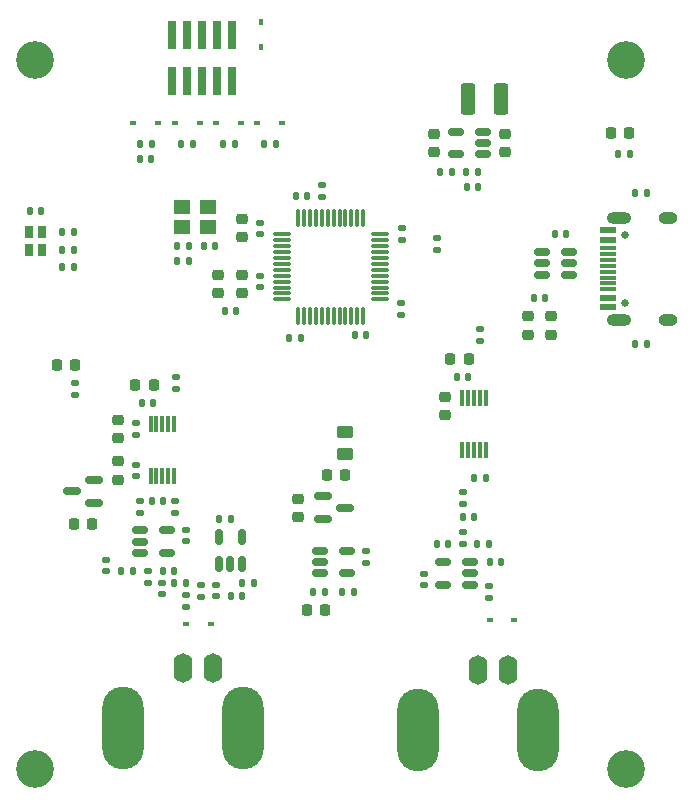
<source format=gbr>
%TF.GenerationSoftware,KiCad,Pcbnew,(6.0.4)*%
%TF.CreationDate,2022-11-12T18:53:05-06:00*%
%TF.ProjectId,Signalyzer,5369676e-616c-4797-9a65-722e6b696361,rev?*%
%TF.SameCoordinates,Original*%
%TF.FileFunction,Soldermask,Top*%
%TF.FilePolarity,Negative*%
%FSLAX46Y46*%
G04 Gerber Fmt 4.6, Leading zero omitted, Abs format (unit mm)*
G04 Created by KiCad (PCBNEW (6.0.4)) date 2022-11-12 18:53:05*
%MOMM*%
%LPD*%
G01*
G04 APERTURE LIST*
G04 Aperture macros list*
%AMRoundRect*
0 Rectangle with rounded corners*
0 $1 Rounding radius*
0 $2 $3 $4 $5 $6 $7 $8 $9 X,Y pos of 4 corners*
0 Add a 4 corners polygon primitive as box body*
4,1,4,$2,$3,$4,$5,$6,$7,$8,$9,$2,$3,0*
0 Add four circle primitives for the rounded corners*
1,1,$1+$1,$2,$3*
1,1,$1+$1,$4,$5*
1,1,$1+$1,$6,$7*
1,1,$1+$1,$8,$9*
0 Add four rect primitives between the rounded corners*
20,1,$1+$1,$2,$3,$4,$5,0*
20,1,$1+$1,$4,$5,$6,$7,0*
20,1,$1+$1,$6,$7,$8,$9,0*
20,1,$1+$1,$8,$9,$2,$3,0*%
G04 Aperture macros list end*
%ADD10RoundRect,0.250000X-0.375000X-1.075000X0.375000X-1.075000X0.375000X1.075000X-0.375000X1.075000X0*%
%ADD11C,0.650000*%
%ADD12R,1.450000X0.600000*%
%ADD13R,1.450000X0.300000*%
%ADD14O,2.100000X1.000000*%
%ADD15O,1.600000X1.000000*%
%ADD16RoundRect,0.135000X-0.135000X-0.185000X0.135000X-0.185000X0.135000X0.185000X-0.135000X0.185000X0*%
%ADD17RoundRect,0.135000X-0.185000X0.135000X-0.185000X-0.135000X0.185000X-0.135000X0.185000X0.135000X0*%
%ADD18RoundRect,0.140000X-0.140000X-0.170000X0.140000X-0.170000X0.140000X0.170000X-0.140000X0.170000X0*%
%ADD19RoundRect,0.150000X0.587500X0.150000X-0.587500X0.150000X-0.587500X-0.150000X0.587500X-0.150000X0*%
%ADD20R,0.600000X0.450000*%
%ADD21RoundRect,0.135000X0.135000X0.185000X-0.135000X0.185000X-0.135000X-0.185000X0.135000X-0.185000X0*%
%ADD22R,1.400000X1.200000*%
%ADD23RoundRect,0.140000X-0.170000X0.140000X-0.170000X-0.140000X0.170000X-0.140000X0.170000X0.140000X0*%
%ADD24RoundRect,0.140000X0.170000X-0.140000X0.170000X0.140000X-0.170000X0.140000X-0.170000X-0.140000X0*%
%ADD25RoundRect,0.250000X-0.450000X0.262500X-0.450000X-0.262500X0.450000X-0.262500X0.450000X0.262500X0*%
%ADD26C,3.200000*%
%ADD27RoundRect,0.150000X0.512500X0.150000X-0.512500X0.150000X-0.512500X-0.150000X0.512500X-0.150000X0*%
%ADD28RoundRect,0.225000X-0.250000X0.225000X-0.250000X-0.225000X0.250000X-0.225000X0.250000X0.225000X0*%
%ADD29RoundRect,0.075000X-0.662500X-0.075000X0.662500X-0.075000X0.662500X0.075000X-0.662500X0.075000X0*%
%ADD30RoundRect,0.075000X-0.075000X-0.662500X0.075000X-0.662500X0.075000X0.662500X-0.075000X0.662500X0*%
%ADD31RoundRect,0.140000X0.140000X0.170000X-0.140000X0.170000X-0.140000X-0.170000X0.140000X-0.170000X0*%
%ADD32O,1.600000X2.500000*%
%ADD33O,3.500000X7.000000*%
%ADD34RoundRect,0.135000X0.185000X-0.135000X0.185000X0.135000X-0.185000X0.135000X-0.185000X-0.135000X0*%
%ADD35RoundRect,0.225000X0.250000X-0.225000X0.250000X0.225000X-0.250000X0.225000X-0.250000X-0.225000X0*%
%ADD36R,0.450000X0.600000*%
%ADD37R,0.300000X1.450000*%
%ADD38RoundRect,0.225000X0.225000X0.250000X-0.225000X0.250000X-0.225000X-0.250000X0.225000X-0.250000X0*%
%ADD39RoundRect,0.150000X-0.512500X-0.150000X0.512500X-0.150000X0.512500X0.150000X-0.512500X0.150000X0*%
%ADD40RoundRect,0.150000X0.150000X-0.512500X0.150000X0.512500X-0.150000X0.512500X-0.150000X-0.512500X0*%
%ADD41RoundRect,0.147500X0.147500X0.172500X-0.147500X0.172500X-0.147500X-0.172500X0.147500X-0.172500X0*%
%ADD42R,0.800000X1.000000*%
%ADD43R,0.740000X2.400000*%
%ADD44RoundRect,0.218750X0.218750X0.256250X-0.218750X0.256250X-0.218750X-0.256250X0.218750X-0.256250X0*%
%ADD45RoundRect,0.150000X-0.587500X-0.150000X0.587500X-0.150000X0.587500X0.150000X-0.587500X0.150000X0*%
G04 APERTURE END LIST*
D10*
%TO.C,L101*%
X152350000Y-65300000D03*
X155150000Y-65300000D03*
%TD*%
D11*
%TO.C,J200*%
X165650000Y-82540000D03*
X165650000Y-76760000D03*
D12*
X164205000Y-82900000D03*
X164205000Y-82100000D03*
D13*
X164205000Y-80900000D03*
X164205000Y-79900000D03*
X164205000Y-79400000D03*
X164205000Y-78400000D03*
D12*
X164205000Y-77200000D03*
X164205000Y-76400000D03*
X164205000Y-76400000D03*
X164205000Y-77200000D03*
D13*
X164205000Y-77900000D03*
X164205000Y-78900000D03*
X164205000Y-80400000D03*
X164205000Y-81400000D03*
D12*
X164205000Y-82100000D03*
X164205000Y-82900000D03*
D14*
X165120000Y-83970000D03*
D15*
X169300000Y-75330000D03*
X169300000Y-83970000D03*
D14*
X165120000Y-75330000D03*
%TD*%
D16*
%TO.C,R212*%
X128090000Y-69100000D03*
X129110000Y-69100000D03*
%TD*%
%TO.C,R213*%
X124590000Y-69100000D03*
X125610000Y-69100000D03*
%TD*%
D17*
%TO.C,R304*%
X125250000Y-105240000D03*
X125250000Y-106260000D03*
%TD*%
D18*
%TO.C,C305*%
X126520000Y-105250000D03*
X127480000Y-105250000D03*
%TD*%
%TO.C,C403*%
X151931250Y-100700000D03*
X152891250Y-100700000D03*
%TD*%
D19*
%TO.C,U302*%
X120687500Y-99450000D03*
X120687500Y-97550000D03*
X118812500Y-98500000D03*
%TD*%
D20*
%TO.C,D400*%
X154200000Y-109400000D03*
X156300000Y-109400000D03*
%TD*%
D21*
%TO.C,R209*%
X119010000Y-78050000D03*
X117990000Y-78050000D03*
%TD*%
D22*
%TO.C,Y200*%
X130350000Y-74400000D03*
X128150000Y-74400000D03*
X128150000Y-76100000D03*
X130350000Y-76100000D03*
%TD*%
D23*
%TO.C,C203*%
X146750000Y-76220000D03*
X146750000Y-77180000D03*
%TD*%
D18*
%TO.C,C204*%
X137790000Y-73500000D03*
X138750000Y-73500000D03*
%TD*%
D24*
%TO.C,C406*%
X148681250Y-106430000D03*
X148681250Y-105470000D03*
%TD*%
D16*
%TO.C,R302*%
X133240000Y-106250000D03*
X134260000Y-106250000D03*
%TD*%
D18*
%TO.C,C302*%
X131320000Y-100850000D03*
X132280000Y-100850000D03*
%TD*%
D17*
%TO.C,R204*%
X149750000Y-77090000D03*
X149750000Y-78110000D03*
%TD*%
D16*
%TO.C,R105*%
X139240000Y-107000000D03*
X140260000Y-107000000D03*
%TD*%
D25*
%TO.C,R100*%
X141950000Y-93475000D03*
X141950000Y-95300000D03*
%TD*%
D21*
%TO.C,R206*%
X167510000Y-73250000D03*
X166490000Y-73250000D03*
%TD*%
D26*
%TO.C,H1*%
X115750000Y-122000000D03*
%TD*%
D27*
%TO.C,U201*%
X160887500Y-80150000D03*
X160887500Y-79200000D03*
X160887500Y-78250000D03*
X158612500Y-78250000D03*
X158612500Y-79200000D03*
X158612500Y-80150000D03*
%TD*%
D28*
%TO.C,C105*%
X155500000Y-68225000D03*
X155500000Y-69775000D03*
%TD*%
D29*
%TO.C,U200*%
X136587500Y-76750000D03*
X136587500Y-77250000D03*
X136587500Y-77750000D03*
X136587500Y-78250000D03*
X136587500Y-78750000D03*
X136587500Y-79250000D03*
X136587500Y-79750000D03*
X136587500Y-80250000D03*
X136587500Y-80750000D03*
X136587500Y-81250000D03*
X136587500Y-81750000D03*
X136587500Y-82250000D03*
D30*
X138000000Y-83662500D03*
X138500000Y-83662500D03*
X139000000Y-83662500D03*
X139500000Y-83662500D03*
X140000000Y-83662500D03*
X140500000Y-83662500D03*
X141000000Y-83662500D03*
X141500000Y-83662500D03*
X142000000Y-83662500D03*
X142500000Y-83662500D03*
X143000000Y-83662500D03*
X143500000Y-83662500D03*
D29*
X144912500Y-82250000D03*
X144912500Y-81750000D03*
X144912500Y-81250000D03*
X144912500Y-80750000D03*
X144912500Y-80250000D03*
X144912500Y-79750000D03*
X144912500Y-79250000D03*
X144912500Y-78750000D03*
X144912500Y-78250000D03*
X144912500Y-77750000D03*
X144912500Y-77250000D03*
X144912500Y-76750000D03*
D30*
X143500000Y-75337500D03*
X143000000Y-75337500D03*
X142500000Y-75337500D03*
X142000000Y-75337500D03*
X141500000Y-75337500D03*
X141000000Y-75337500D03*
X140500000Y-75337500D03*
X140000000Y-75337500D03*
X139500000Y-75337500D03*
X139000000Y-75337500D03*
X138500000Y-75337500D03*
X138000000Y-75337500D03*
%TD*%
D31*
%TO.C,C208*%
X130980000Y-77750000D03*
X130020000Y-77750000D03*
%TD*%
D28*
%TO.C,C100*%
X159440000Y-83675000D03*
X159440000Y-85225000D03*
%TD*%
D32*
%TO.C,J400*%
X153250000Y-113600000D03*
D33*
X148170000Y-118680000D03*
D32*
X155790000Y-113600000D03*
D33*
X158330000Y-118680000D03*
%TD*%
D20*
%TO.C,D204*%
X129650000Y-67350000D03*
X127550000Y-67350000D03*
%TD*%
D34*
%TO.C,R402*%
X151931250Y-99610000D03*
X151931250Y-98590000D03*
%TD*%
D35*
%TO.C,C207*%
X131250000Y-81750000D03*
X131250000Y-80200000D03*
%TD*%
D36*
%TO.C,D201*%
X134850000Y-60900000D03*
X134850000Y-58800000D03*
%TD*%
D34*
%TO.C,R403*%
X151931250Y-102960000D03*
X151931250Y-101940000D03*
%TD*%
D37*
%TO.C,U400*%
X151900000Y-95000000D03*
X152400000Y-95000000D03*
X152900000Y-95000000D03*
X153400000Y-95000000D03*
X153900000Y-95000000D03*
X153900000Y-90600000D03*
X153400000Y-90600000D03*
X152900000Y-90600000D03*
X152400000Y-90600000D03*
X151900000Y-90600000D03*
%TD*%
D20*
%TO.C,D300*%
X128500000Y-109700000D03*
X130600000Y-109700000D03*
%TD*%
D16*
%TO.C,R103*%
X165040000Y-69900000D03*
X166060000Y-69900000D03*
%TD*%
D34*
%TO.C,R202*%
X146700000Y-83610000D03*
X146700000Y-82590000D03*
%TD*%
D16*
%TO.C,R305*%
X122990000Y-105250000D03*
X124010000Y-105250000D03*
%TD*%
D20*
%TO.C,D205*%
X126150000Y-67350000D03*
X124050000Y-67350000D03*
%TD*%
D16*
%TO.C,R303*%
X127480000Y-106250000D03*
X128500000Y-106250000D03*
%TD*%
D31*
%TO.C,C405*%
X150681250Y-102950000D03*
X149721250Y-102950000D03*
%TD*%
D34*
%TO.C,R405*%
X154181250Y-107560000D03*
X154181250Y-106540000D03*
%TD*%
D16*
%TO.C,R210*%
X135090000Y-69100000D03*
X136110000Y-69100000D03*
%TD*%
D28*
%TO.C,C104*%
X149500000Y-68225000D03*
X149500000Y-69775000D03*
%TD*%
D17*
%TO.C,R301*%
X129750000Y-106390000D03*
X129750000Y-107410000D03*
%TD*%
D31*
%TO.C,C401*%
X152380000Y-88800000D03*
X151420000Y-88800000D03*
%TD*%
D26*
%TO.C,H4*%
X115750000Y-62000000D03*
%TD*%
D31*
%TO.C,C301*%
X133230000Y-107400000D03*
X132270000Y-107400000D03*
%TD*%
D38*
%TO.C,C308*%
X119100000Y-87800000D03*
X117550000Y-87800000D03*
%TD*%
D17*
%TO.C,R306*%
X124600000Y-99340000D03*
X124600000Y-100360000D03*
%TD*%
D16*
%TO.C,R102*%
X149990000Y-71500000D03*
X151010000Y-71500000D03*
%TD*%
D20*
%TO.C,D203*%
X131050000Y-67350000D03*
X133150000Y-67350000D03*
%TD*%
D16*
%TO.C,R401*%
X152890000Y-97400000D03*
X153910000Y-97400000D03*
%TD*%
D21*
%TO.C,R211*%
X132610000Y-69100000D03*
X131590000Y-69100000D03*
%TD*%
D17*
%TO.C,R400*%
X153400000Y-84790000D03*
X153400000Y-85810000D03*
%TD*%
D16*
%TO.C,R203*%
X137190000Y-85500000D03*
X138210000Y-85500000D03*
%TD*%
D18*
%TO.C,C209*%
X127770000Y-77750000D03*
X128730000Y-77750000D03*
%TD*%
D35*
%TO.C,C103*%
X137950000Y-100662500D03*
X137950000Y-99112500D03*
%TD*%
D23*
%TO.C,C303*%
X126500000Y-106270000D03*
X126500000Y-107230000D03*
%TD*%
D38*
%TO.C,C400*%
X152425000Y-87300000D03*
X150875000Y-87300000D03*
%TD*%
D24*
%TO.C,C205*%
X134750000Y-81210000D03*
X134750000Y-80250000D03*
%TD*%
%TO.C,C304*%
X121750000Y-105280000D03*
X121750000Y-104320000D03*
%TD*%
D39*
%TO.C,U301*%
X124612500Y-101800000D03*
X124612500Y-102750000D03*
X124612500Y-103700000D03*
X126887500Y-103700000D03*
X126887500Y-101800000D03*
%TD*%
D23*
%TO.C,C306*%
X128500000Y-101770000D03*
X128500000Y-102730000D03*
%TD*%
D38*
%TO.C,C309*%
X120525000Y-101250000D03*
X118975000Y-101250000D03*
%TD*%
D35*
%TO.C,C310*%
X122750000Y-97525000D03*
X122750000Y-95975000D03*
%TD*%
D18*
%TO.C,C307*%
X125620000Y-99350000D03*
X126580000Y-99350000D03*
%TD*%
D20*
%TO.C,D202*%
X136650000Y-67350000D03*
X134550000Y-67350000D03*
%TD*%
D18*
%TO.C,C404*%
X154220000Y-104450000D03*
X155180000Y-104450000D03*
%TD*%
D27*
%TO.C,U401*%
X152568750Y-106400000D03*
X152568750Y-105450000D03*
X152568750Y-104500000D03*
X150293750Y-104500000D03*
X150293750Y-106400000D03*
%TD*%
D21*
%TO.C,R205*%
X167510000Y-86000000D03*
X166490000Y-86000000D03*
%TD*%
D17*
%TO.C,R308*%
X119075000Y-89290000D03*
X119075000Y-90310000D03*
%TD*%
D27*
%TO.C,U101*%
X153637500Y-69950000D03*
X153637500Y-69000000D03*
X153637500Y-68050000D03*
X151362500Y-68050000D03*
X151362500Y-69950000D03*
%TD*%
D38*
%TO.C,C102*%
X141975000Y-97137500D03*
X140425000Y-97137500D03*
%TD*%
D26*
%TO.C,H2*%
X165750000Y-122000000D03*
%TD*%
D31*
%TO.C,C314*%
X125730000Y-91000000D03*
X124770000Y-91000000D03*
%TD*%
D37*
%TO.C,U303*%
X125500000Y-97200000D03*
X126000000Y-97200000D03*
X126500000Y-97200000D03*
X127000000Y-97200000D03*
X127500000Y-97200000D03*
X127500000Y-92800000D03*
X127000000Y-92800000D03*
X126500000Y-92800000D03*
X126000000Y-92800000D03*
X125500000Y-92800000D03*
%TD*%
D38*
%TO.C,C315*%
X125750000Y-89500000D03*
X124200000Y-89500000D03*
%TD*%
D35*
%TO.C,C200*%
X133250000Y-77000000D03*
X133250000Y-75450000D03*
%TD*%
D24*
%TO.C,C300*%
X131000000Y-107380000D03*
X131000000Y-106420000D03*
%TD*%
D34*
%TO.C,R309*%
X127650000Y-89860000D03*
X127650000Y-88840000D03*
%TD*%
D16*
%TO.C,R101*%
X152240000Y-71500000D03*
X153260000Y-71500000D03*
%TD*%
D24*
%TO.C,C311*%
X124250000Y-97230000D03*
X124250000Y-96270000D03*
%TD*%
D16*
%TO.C,R201*%
X127740000Y-79000000D03*
X128760000Y-79000000D03*
%TD*%
D18*
%TO.C,C212*%
X124600000Y-70350000D03*
X125560000Y-70350000D03*
%TD*%
D32*
%TO.C,J300*%
X128250000Y-113500000D03*
X130790000Y-113500000D03*
D33*
X133330000Y-118580000D03*
X123170000Y-118580000D03*
%TD*%
D39*
%TO.C,U102*%
X139862500Y-103550000D03*
X139862500Y-104500000D03*
X139862500Y-105450000D03*
X142137500Y-105450000D03*
X142137500Y-103550000D03*
%TD*%
D35*
%TO.C,C206*%
X133250000Y-81750000D03*
X133250000Y-80200000D03*
%TD*%
D23*
%TO.C,C313*%
X124250000Y-92750000D03*
X124250000Y-93710000D03*
%TD*%
D28*
%TO.C,C402*%
X150400000Y-90525000D03*
X150400000Y-92075000D03*
%TD*%
D18*
%TO.C,C210*%
X159720000Y-76750000D03*
X160680000Y-76750000D03*
%TD*%
D17*
%TO.C,R300*%
X128500000Y-107240000D03*
X128500000Y-108260000D03*
%TD*%
D16*
%TO.C,R104*%
X141740000Y-107000000D03*
X142760000Y-107000000D03*
%TD*%
D28*
%TO.C,C312*%
X122750000Y-92475000D03*
X122750000Y-94025000D03*
%TD*%
D18*
%TO.C,C211*%
X115270000Y-74800000D03*
X116230000Y-74800000D03*
%TD*%
D40*
%TO.C,U300*%
X131300000Y-104637500D03*
X132250000Y-104637500D03*
X133200000Y-104637500D03*
X133200000Y-102362500D03*
X131300000Y-102362500D03*
%TD*%
D28*
%TO.C,C101*%
X157440000Y-83675000D03*
X157440000Y-85225000D03*
%TD*%
D24*
%TO.C,C201*%
X134750000Y-76750000D03*
X134750000Y-75790000D03*
%TD*%
D26*
%TO.C,H3*%
X165750000Y-62000000D03*
%TD*%
D31*
%TO.C,C106*%
X153230000Y-72750000D03*
X152270000Y-72750000D03*
%TD*%
D41*
%TO.C,L200*%
X132735000Y-83250000D03*
X131765000Y-83250000D03*
%TD*%
%TO.C,L100*%
X158925000Y-82150000D03*
X157955000Y-82150000D03*
%TD*%
D42*
%TO.C,D200*%
X115200000Y-78050000D03*
X115200000Y-76550000D03*
X116300000Y-76550000D03*
X116300000Y-78050000D03*
%TD*%
D21*
%TO.C,R207*%
X119010000Y-76550000D03*
X117990000Y-76550000D03*
%TD*%
%TO.C,R404*%
X154191250Y-102950000D03*
X153171250Y-102950000D03*
%TD*%
D17*
%TO.C,R200*%
X140000000Y-72600000D03*
X140000000Y-73620000D03*
%TD*%
%TO.C,R307*%
X127600000Y-99340000D03*
X127600000Y-100360000D03*
%TD*%
D43*
%TO.C,J201*%
X132390000Y-59900000D03*
X132390000Y-63800000D03*
X131120000Y-59900000D03*
X131120000Y-63800000D03*
X129850000Y-59900000D03*
X129850000Y-63800000D03*
X128580000Y-59900000D03*
X128580000Y-63800000D03*
X127310000Y-59900000D03*
X127310000Y-63800000D03*
%TD*%
D38*
%TO.C,C107*%
X140275000Y-108550000D03*
X138725000Y-108550000D03*
%TD*%
D21*
%TO.C,R208*%
X119010000Y-79550000D03*
X117990000Y-79550000D03*
%TD*%
D31*
%TO.C,C202*%
X143750000Y-85250000D03*
X142790000Y-85250000D03*
%TD*%
D44*
%TO.C,D100*%
X166037500Y-68200000D03*
X164462500Y-68200000D03*
%TD*%
D45*
%TO.C,U100*%
X140075000Y-98937500D03*
X140075000Y-100837500D03*
X141950000Y-99887500D03*
%TD*%
D24*
%TO.C,C108*%
X143750000Y-104530000D03*
X143750000Y-103570000D03*
%TD*%
M02*

</source>
